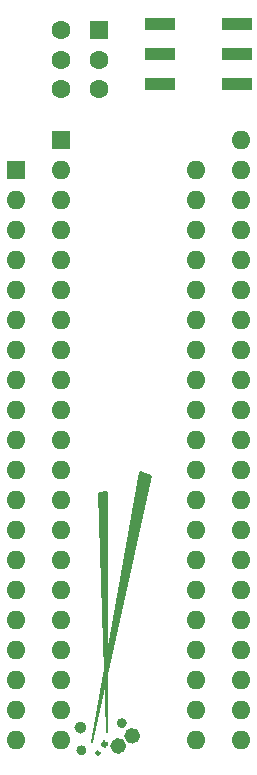
<source format=gbr>
%TF.GenerationSoftware,KiCad,Pcbnew,(6.0.5-0)*%
%TF.CreationDate,2022-06-06T13:25:30-07:00*%
%TF.ProjectId,tl866_27c322_adapter,746c3836-365f-4323-9763-3332325f6164,rev?*%
%TF.SameCoordinates,Original*%
%TF.FileFunction,Soldermask,Top*%
%TF.FilePolarity,Negative*%
%FSLAX46Y46*%
G04 Gerber Fmt 4.6, Leading zero omitted, Abs format (unit mm)*
G04 Created by KiCad (PCBNEW (6.0.5-0)) date 2022-06-06 13:25:30*
%MOMM*%
%LPD*%
G01*
G04 APERTURE LIST*
%ADD10C,0.200000*%
%ADD11C,0.678751*%
%ADD12C,0.667969*%
%ADD13C,0.427868*%
%ADD14C,0.292018*%
%ADD15C,0.507546*%
%ADD16C,0.349743*%
%ADD17C,0.438673*%
%ADD18R,2.500000X1.000000*%
%ADD19R,1.600000X1.600000*%
%ADD20C,1.600000*%
%ADD21O,1.600000X1.600000*%
G04 APERTURE END LIST*
D10*
G36*
X136274596Y-114319307D02*
G01*
X135594235Y-94063226D01*
X136280035Y-93961626D01*
X136274596Y-114319307D01*
G37*
X136274596Y-114319307D02*
X135594235Y-94063226D01*
X136280035Y-93961626D01*
X136274596Y-114319307D01*
D11*
X137600975Y-115468400D02*
G75*
G03*
X137600975Y-115468400I-339375J0D01*
G01*
D12*
X138772753Y-114604800D02*
G75*
G03*
X138772753Y-114604800I-333984J0D01*
G01*
D13*
X137780334Y-113538000D02*
G75*
G03*
X137780334Y-113538000I-213934J0D01*
G01*
D10*
G36*
X140025539Y-92592512D02*
G01*
X135021739Y-115122312D01*
X139085739Y-92313112D01*
X140025539Y-92592512D01*
G37*
X140025539Y-92592512D02*
X135021739Y-115122312D01*
X139085739Y-92313112D01*
X140025539Y-92592512D01*
D14*
X135680409Y-116078000D02*
G75*
G03*
X135680409Y-116078000I-146009J0D01*
G01*
D15*
X134314973Y-113919000D02*
G75*
G03*
X134314973Y-113919000I-253773J0D01*
G01*
D16*
X136268071Y-115316000D02*
G75*
G03*
X136268071Y-115316000I-174871J0D01*
G01*
D17*
X134356736Y-115849400D02*
G75*
G03*
X134356736Y-115849400I-219336J0D01*
G01*
D18*
%TO.C,SW1*%
X140794700Y-54357300D03*
X147294700Y-59437300D03*
X140794700Y-59437300D03*
X147294700Y-54357300D03*
X140794700Y-56897300D03*
X147294700Y-56897300D03*
%TD*%
D19*
%TO.C,SW2*%
X135610400Y-54869500D03*
D20*
X135610400Y-57369500D03*
X135610400Y-59869500D03*
X132410400Y-54869500D03*
X132410400Y-57369500D03*
X132410400Y-59869500D03*
%TD*%
D19*
%TO.C,J1*%
X132435600Y-64185800D03*
D21*
X132435600Y-66725800D03*
X132435600Y-69265800D03*
X132435600Y-71805800D03*
X132435600Y-74345800D03*
X132435600Y-76885800D03*
X132435600Y-79425800D03*
X132435600Y-81965800D03*
X132435600Y-84505800D03*
X132435600Y-87045800D03*
X132435600Y-89585800D03*
X132435600Y-92125800D03*
X132435600Y-94665800D03*
X132435600Y-97205800D03*
X132435600Y-99745800D03*
X132435600Y-102285800D03*
X132435600Y-104825800D03*
X132435600Y-107365800D03*
X132435600Y-109905800D03*
X132435600Y-112445800D03*
X132435600Y-114985800D03*
X147675600Y-114985800D03*
X147675600Y-112445800D03*
X147675600Y-109905800D03*
X147675600Y-107365800D03*
X147675600Y-104825800D03*
X147675600Y-102285800D03*
X147675600Y-99745800D03*
X147675600Y-97205800D03*
X147675600Y-94665800D03*
X147675600Y-92125800D03*
X147675600Y-89585800D03*
X147675600Y-87045800D03*
X147675600Y-84505800D03*
X147675600Y-81965800D03*
X147675600Y-79425800D03*
X147675600Y-76885800D03*
X147675600Y-74345800D03*
X147675600Y-71805800D03*
X147675600Y-69265800D03*
X147675600Y-66725800D03*
X147675600Y-64185800D03*
%TD*%
D19*
%TO.C,J2*%
X128569800Y-66705400D03*
D21*
X128569800Y-69245400D03*
X128569800Y-71785400D03*
X128569800Y-74325400D03*
X128569800Y-76865400D03*
X128569800Y-79405400D03*
X128569800Y-81945400D03*
X128569800Y-84485400D03*
X128569800Y-87025400D03*
X128569800Y-89565400D03*
X128569800Y-92105400D03*
X128569800Y-94645400D03*
X128569800Y-97185400D03*
X128569800Y-99725400D03*
X128569800Y-102265400D03*
X128569800Y-104805400D03*
X128569800Y-107345400D03*
X128569800Y-109885400D03*
X128569800Y-112425400D03*
X128569800Y-114965400D03*
X143809800Y-114965400D03*
X143809800Y-112425400D03*
X143809800Y-109885400D03*
X143809800Y-107345400D03*
X143809800Y-104805400D03*
X143809800Y-102265400D03*
X143809800Y-99725400D03*
X143809800Y-97185400D03*
X143809800Y-94645400D03*
X143809800Y-92105400D03*
X143809800Y-89565400D03*
X143809800Y-87025400D03*
X143809800Y-84485400D03*
X143809800Y-81945400D03*
X143809800Y-79405400D03*
X143809800Y-76865400D03*
X143809800Y-74325400D03*
X143809800Y-71785400D03*
X143809800Y-69245400D03*
X143809800Y-66705400D03*
%TD*%
M02*

</source>
